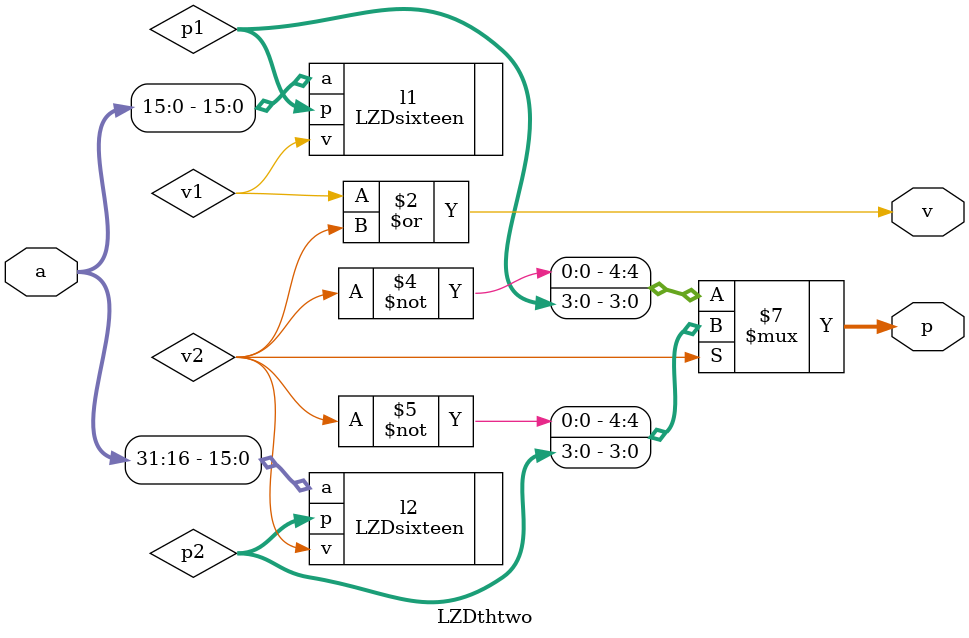
<source format=v>
`timescale 1ns / 1ps


module LZDthtwo(
    input [31:0] a,
    output reg [4:0] p,
    output reg v
    );
    wire [3:0] p2,p1;
        
        wire v2,v1;
        reg temp;
        
        LZDsixteen l2(
        .a(a[31:16]),
        .p(p2),
        .v(v2)
        );
        
        LZDsixteen l1(
          .a(a[15:0]),
          .p(p1),
          .v(v1)
        );
        
         always@(a,p1,v1,p2,v2) begin
                 v= v1 | v2;
                  if (v2==0)begin
                   p= {{~v2}, {p1}};
                   end
                   else begin
                  p= {{~v2}, {p2}};
                   end
                
                  end
endmodule

</source>
